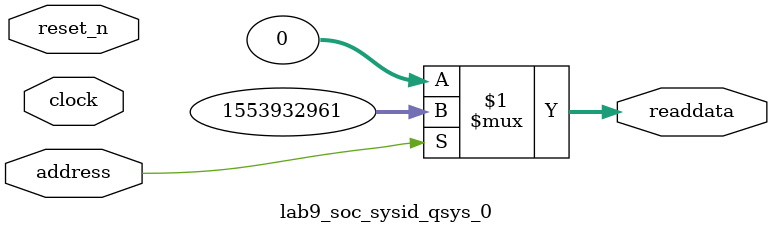
<source format=v>



// synthesis translate_off
`timescale 1ns / 1ps
// synthesis translate_on

// turn off superfluous verilog processor warnings 
// altera message_level Level1 
// altera message_off 10034 10035 10036 10037 10230 10240 10030 

module lab9_soc_sysid_qsys_0 (
               // inputs:
                address,
                clock,
                reset_n,

               // outputs:
                readdata
             )
;

  output  [ 31: 0] readdata;
  input            address;
  input            clock;
  input            reset_n;

  wire    [ 31: 0] readdata;
  //control_slave, which is an e_avalon_slave
  assign readdata = address ? 1553932961 : 0;

endmodule



</source>
